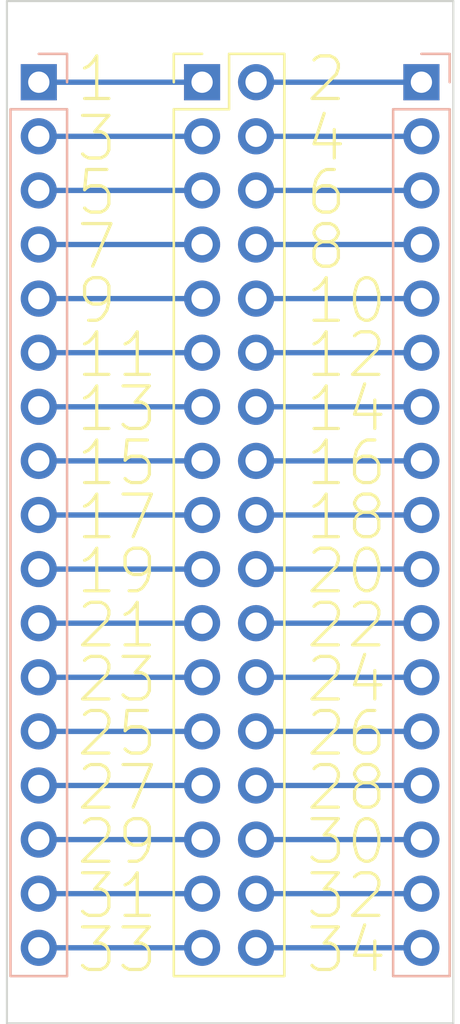
<source format=kicad_pcb>
(kicad_pcb (version 20221018) (generator pcbnew)
  (title_block (title "34pin. Header Breakout Board") (date "2023-09-25") (rev "1"))
  (layers (0 "F.Cu" signal) (31 "B.Cu" signal) (34 "B.Paste" user) (35 "F.Paste" user) (36 "B.SilkS" user "B.Silkscreen") (37 "F.SilkS" user "F.Silkscreen") (38 "B.Mask" user) (39 "F.Mask" user) (44 "Edge.Cuts" user))
  (net 0 "")
  (net 1 "1")
  (net 2 "2")
  (net 3 "3")
  (net 4 "4")
  (net 5 "5")
  (net 6 "6")
  (net 7 "7")
  (net 8 "8")
  (net 9 "9")
  (net 10 "10")
  (net 11 "11")
  (net 12 "12")
  (net 13 "13")
  (net 14 "14")
  (net 15 "15")
  (net 16 "16")
  (net 17 "17")
  (net 18 "18")
  (net 19 "19")
  (net 20 "20")
  (net 21 "21")
  (net 22 "22")
  (net 23 "23")
  (net 24 "24")
  (net 25 "25")
  (net 26 "26")
  (net 27 "27")
  (net 28 "28")
  (net 29 "29")
  (net 30 "30")
  (net 31 "31")
  (net 32 "32")
  (net 33 "33")
  (net 34 "34")
  (footprint "Connector_PinHeader_2.54mm:PinHeader_2x17_P2.54mm_Vertical" (layer "F.Cu") (at 59.982 80.01)
    (fp_text reference "J1" hide)
    (fp_text value "Conn_01x34_Pin" hide)
    (fp_line (start -1.33 -1.33) (end 0 -1.33) (stroke (width 0.12)) (layer "F.SilkS"))
    (fp_line (start -1.33 0) (end -1.33 -1.33) (stroke (width 0.12)) (layer "F.SilkS"))
    (fp_line (start -1.33 1.27) (end -1.33 41.97) (stroke (width 0.12)) (layer "F.SilkS"))
    (fp_line (start -1.33 1.27) (end 1.27 1.27) (stroke (width 0.12)) (layer "F.SilkS"))
    (fp_line (start -1.33 41.97) (end 3.87 41.97) (stroke (width 0.12)) (layer "F.SilkS"))
    (fp_line (start 1.27 -1.33) (end 3.87 -1.33) (stroke (width 0.12)) (layer "F.SilkS"))
    (fp_line (start 1.27 1.27) (end 1.27 -1.33) (stroke (width 0.12)) (layer "F.SilkS"))
    (fp_line (start 3.87 -1.33) (end 3.87 41.97) (stroke (width 0.12)) (layer "F.SilkS"))
    (pad "1" thru_hole rect (at 0 0) (size 1.7 1.7) (drill 1) (layers "*.Cu" "*.Mask") (net 1 "1"))
    (pad "2" thru_hole oval (at 2.54 0) (size 1.7 1.7) (drill 1) (layers "*.Cu" "*.Mask") (net 2 "2"))
    (pad "3" thru_hole oval (at 0 2.54) (size 1.7 1.7) (drill 1) (layers "*.Cu" "*.Mask") (net 3 "3"))
    (pad "4" thru_hole oval (at 2.54 2.54) (size 1.7 1.7) (drill 1) (layers "*.Cu" "*.Mask") (net 4 "4"))
    (pad "5" thru_hole oval (at 0 5.08) (size 1.7 1.7) (drill 1) (layers "*.Cu" "*.Mask") (net 5 "5"))
    (pad "6" thru_hole oval (at 2.54 5.08) (size 1.7 1.7) (drill 1) (layers "*.Cu" "*.Mask") (net 6 "6"))
    (pad "7" thru_hole oval (at 0 7.62) (size 1.7 1.7) (drill 1) (layers "*.Cu" "*.Mask") (net 7 "7"))
    (pad "8" thru_hole oval (at 2.54 7.62) (size 1.7 1.7) (drill 1) (layers "*.Cu" "*.Mask") (net 8 "8"))
    (pad "9" thru_hole oval (at 0 10.16) (size 1.7 1.7) (drill 1) (layers "*.Cu" "*.Mask") (net 9 "9"))
    (pad "10" thru_hole oval (at 2.54 10.16) (size 1.7 1.7) (drill 1) (layers "*.Cu" "*.Mask") (net 10 "10"))
    (pad "11" thru_hole oval (at 0 12.7) (size 1.7 1.7) (drill 1) (layers "*.Cu" "*.Mask") (net 11 "11"))
    (pad "12" thru_hole oval (at 2.54 12.7) (size 1.7 1.7) (drill 1) (layers "*.Cu" "*.Mask") (net 12 "12"))
    (pad "13" thru_hole oval (at 0 15.24) (size 1.7 1.7) (drill 1) (layers "*.Cu" "*.Mask") (net 13 "13"))
    (pad "14" thru_hole oval (at 2.54 15.24) (size 1.7 1.7) (drill 1) (layers "*.Cu" "*.Mask") (net 14 "14"))
    (pad "15" thru_hole oval (at 0 17.78) (size 1.7 1.7) (drill 1) (layers "*.Cu" "*.Mask") (net 15 "15"))
    (pad "16" thru_hole oval (at 2.54 17.78) (size 1.7 1.7) (drill 1) (layers "*.Cu" "*.Mask") (net 16 "16"))
    (pad "17" thru_hole oval (at 0 20.32) (size 1.7 1.7) (drill 1) (layers "*.Cu" "*.Mask") (net 17 "17"))
    (pad "18" thru_hole oval (at 2.54 20.32) (size 1.7 1.7) (drill 1) (layers "*.Cu" "*.Mask") (net 18 "18"))
    (pad "19" thru_hole oval (at 0 22.86) (size 1.7 1.7) (drill 1) (layers "*.Cu" "*.Mask") (net 19 "19"))
    (pad "20" thru_hole oval (at 2.54 22.86) (size 1.7 1.7) (drill 1) (layers "*.Cu" "*.Mask") (net 20 "20"))
    (pad "21" thru_hole oval (at 0 25.4) (size 1.7 1.7) (drill 1) (layers "*.Cu" "*.Mask") (net 21 "21"))
    (pad "22" thru_hole oval (at 2.54 25.4) (size 1.7 1.7) (drill 1) (layers "*.Cu" "*.Mask") (net 22 "22"))
    (pad "23" thru_hole oval (at 0 27.94) (size 1.7 1.7) (drill 1) (layers "*.Cu" "*.Mask") (net 23 "23"))
    (pad "24" thru_hole oval (at 2.54 27.94) (size 1.7 1.7) (drill 1) (layers "*.Cu" "*.Mask") (net 24 "24"))
    (pad "25" thru_hole oval (at 0 30.48) (size 1.7 1.7) (drill 1) (layers "*.Cu" "*.Mask") (net 25 "25"))
    (pad "26" thru_hole oval (at 2.54 30.48) (size 1.7 1.7) (drill 1) (layers "*.Cu" "*.Mask") (net 26 "26"))
    (pad "27" thru_hole oval (at 0 33.02) (size 1.7 1.7) (drill 1) (layers "*.Cu" "*.Mask") (net 27 "27"))
    (pad "28" thru_hole oval (at 2.54 33.02) (size 1.7 1.7) (drill 1) (layers "*.Cu" "*.Mask") (net 28 "28"))
    (pad "29" thru_hole oval (at 0 35.56) (size 1.7 1.7) (drill 1) (layers "*.Cu" "*.Mask") (net 29 "29"))
    (pad "30" thru_hole oval (at 2.54 35.56) (size 1.7 1.7) (drill 1) (layers "*.Cu" "*.Mask") (net 30 "30"))
    (pad "31" thru_hole oval (at 0 38.1) (size 1.7 1.7) (drill 1) (layers "*.Cu" "*.Mask") (net 31 "31"))
    (pad "32" thru_hole oval (at 2.54 38.1) (size 1.7 1.7) (drill 1) (layers "*.Cu" "*.Mask") (net 32 "32"))
    (pad "33" thru_hole oval (at 0 40.64) (size 1.7 1.7) (drill 1) (layers "*.Cu" "*.Mask") (net 33 "33"))
    (pad "34" thru_hole oval (at 2.54 40.64) (size 1.7 1.7) (drill 1) (layers "*.Cu" "*.Mask") (net 34 "34"))
  )
  (footprint "Connector_PinHeader_2.54mm:PinHeader_1x17_P2.54mm_Vertical" (layer "B.Cu") (at 70.3 80.01 180)
    (fp_text reference "J3" hide)
    (fp_text value "Conn_01x17_Pin" hide)
    (fp_line (start -1.33 -41.97) (end 1.33 -41.97) (stroke (width 0.12)) (layer "B.SilkS"))
    (fp_line (start -1.33 -1.27) (end -1.33 -41.97) (stroke (width 0.12)) (layer "B.SilkS"))
    (fp_line (start -1.33 -1.27) (end 1.33 -1.27) (stroke (width 0.12)) (layer "B.SilkS"))
    (fp_line (start -1.33 0) (end -1.33 1.33) (stroke (width 0.12)) (layer "B.SilkS"))
    (fp_line (start -1.33 1.33) (end 0 1.33) (stroke (width 0.12)) (layer "B.SilkS"))
    (fp_line (start 1.33 -1.27) (end 1.33 -41.97) (stroke (width 0.12)) (layer "B.SilkS"))
    (pad "1" thru_hole rect (at 0 0 180) (size 1.7 1.7) (drill 1) (layers "*.Cu" "*.Mask") (net 2 "2"))
    (pad "2" thru_hole oval (at 0 -2.54 180) (size 1.7 1.7) (drill 1) (layers "*.Cu" "*.Mask") (net 4 "4"))
    (pad "3" thru_hole oval (at 0 -5.08 180) (size 1.7 1.7) (drill 1) (layers "*.Cu" "*.Mask") (net 6 "6"))
    (pad "4" thru_hole oval (at 0 -7.62 180) (size 1.7 1.7) (drill 1) (layers "*.Cu" "*.Mask") (net 8 "8"))
    (pad "5" thru_hole oval (at 0 -10.16 180) (size 1.7 1.7) (drill 1) (layers "*.Cu" "*.Mask") (net 10 "10"))
    (pad "6" thru_hole oval (at 0 -12.7 180) (size 1.7 1.7) (drill 1) (layers "*.Cu" "*.Mask") (net 12 "12"))
    (pad "7" thru_hole oval (at 0 -15.24 180) (size 1.7 1.7) (drill 1) (layers "*.Cu" "*.Mask") (net 14 "14"))
    (pad "8" thru_hole oval (at 0 -17.78 180) (size 1.7 1.7) (drill 1) (layers "*.Cu" "*.Mask") (net 16 "16"))
    (pad "9" thru_hole oval (at 0 -20.32 180) (size 1.7 1.7) (drill 1) (layers "*.Cu" "*.Mask") (net 18 "18"))
    (pad "10" thru_hole oval (at 0 -22.86 180) (size 1.7 1.7) (drill 1) (layers "*.Cu" "*.Mask") (net 20 "20"))
    (pad "11" thru_hole oval (at 0 -25.4 180) (size 1.7 1.7) (drill 1) (layers "*.Cu" "*.Mask") (net 22 "22"))
    (pad "12" thru_hole oval (at 0 -27.94 180) (size 1.7 1.7) (drill 1) (layers "*.Cu" "*.Mask") (net 24 "24"))
    (pad "13" thru_hole oval (at 0 -30.48 180) (size 1.7 1.7) (drill 1) (layers "*.Cu" "*.Mask") (net 26 "26"))
    (pad "14" thru_hole oval (at 0 -33.02 180) (size 1.7 1.7) (drill 1) (layers "*.Cu" "*.Mask") (net 28 "28"))
    (pad "15" thru_hole oval (at 0 -35.56 180) (size 1.7 1.7) (drill 1) (layers "*.Cu" "*.Mask") (net 30 "30"))
    (pad "16" thru_hole oval (at 0 -38.1 180) (size 1.7 1.7) (drill 1) (layers "*.Cu" "*.Mask") (net 32 "32"))
    (pad "17" thru_hole oval (at 0 -40.64 180) (size 1.7 1.7) (drill 1) (layers "*.Cu" "*.Mask") (net 34 "34"))
  )
  (footprint "Connector_PinHeader_2.54mm:PinHeader_1x17_P2.54mm_Vertical" (layer "B.Cu") (at 52.3 80.01 180)
    (fp_text reference "J2" hide)
    (fp_text value "Conn_01x17_Pin" hide)
    (fp_line (start -1.33 -41.97) (end 1.33 -41.97) (stroke (width 0.12)) (layer "B.SilkS"))
    (fp_line (start -1.33 -1.27) (end -1.33 -41.97) (stroke (width 0.12)) (layer "B.SilkS"))
    (fp_line (start -1.33 -1.27) (end 1.33 -1.27) (stroke (width 0.12)) (layer "B.SilkS"))
    (fp_line (start -1.33 0) (end -1.33 1.33) (stroke (width 0.12)) (layer "B.SilkS"))
    (fp_line (start -1.33 1.33) (end 0 1.33) (stroke (width 0.12)) (layer "B.SilkS"))
    (fp_line (start 1.33 -1.27) (end 1.33 -41.97) (stroke (width 0.12)) (layer "B.SilkS"))
    (pad "1" thru_hole rect (at 0 0 180) (size 1.7 1.7) (drill 1) (layers "*.Cu" "*.Mask") (net 1 "1"))
    (pad "2" thru_hole oval (at 0 -2.54 180) (size 1.7 1.7) (drill 1) (layers "*.Cu" "*.Mask") (net 3 "3"))
    (pad "3" thru_hole oval (at 0 -5.08 180) (size 1.7 1.7) (drill 1) (layers "*.Cu" "*.Mask") (net 5 "5"))
    (pad "4" thru_hole oval (at 0 -7.62 180) (size 1.7 1.7) (drill 1) (layers "*.Cu" "*.Mask") (net 7 "7"))
    (pad "5" thru_hole oval (at 0 -10.16 180) (size 1.7 1.7) (drill 1) (layers "*.Cu" "*.Mask") (net 9 "9"))
    (pad "6" thru_hole oval (at 0 -12.7 180) (size 1.7 1.7) (drill 1) (layers "*.Cu" "*.Mask") (net 11 "11"))
    (pad "7" thru_hole oval (at 0 -15.24 180) (size 1.7 1.7) (drill 1) (layers "*.Cu" "*.Mask") (net 13 "13"))
    (pad "8" thru_hole oval (at 0 -17.78 180) (size 1.7 1.7) (drill 1) (layers "*.Cu" "*.Mask") (net 15 "15"))
    (pad "9" thru_hole oval (at 0 -20.32 180) (size 1.7 1.7) (drill 1) (layers "*.Cu" "*.Mask") (net 17 "17"))
    (pad "10" thru_hole oval (at 0 -22.86 180) (size 1.7 1.7) (drill 1) (layers "*.Cu" "*.Mask") (net 19 "19"))
    (pad "11" thru_hole oval (at 0 -25.4 180) (size 1.7 1.7) (drill 1) (layers "*.Cu" "*.Mask") (net 21 "21"))
    (pad "12" thru_hole oval (at 0 -27.94 180) (size 1.7 1.7) (drill 1) (layers "*.Cu" "*.Mask") (net 23 "23"))
    (pad "13" thru_hole oval (at 0 -30.48 180) (size 1.7 1.7) (drill 1) (layers "*.Cu" "*.Mask") (net 25 "25"))
    (pad "14" thru_hole oval (at 0 -33.02 180) (size 1.7 1.7) (drill 1) (layers "*.Cu" "*.Mask") (net 27 "27"))
    (pad "15" thru_hole oval (at 0 -35.56 180) (size 1.7 1.7) (drill 1) (layers "*.Cu" "*.Mask") (net 29 "29"))
    (pad "16" thru_hole oval (at 0 -38.1 180) (size 1.7 1.7) (drill 1) (layers "*.Cu" "*.Mask") (net 31 "31"))
    (pad "17" thru_hole oval (at 0 -40.64 180) (size 1.7 1.7) (drill 1) (layers "*.Cu" "*.Mask") (net 33 "33"))
  )
  (gr_rect (start 50.8 76.2) (end 71.8 124.2) (stroke (width 0.1)) (fill none) (layer "Edge.Cuts"))
  (gr_text "22" (at 64.77 106.68) (layer "F.SilkS") (effects (font (size 2 2)) (justify left bottom)))
  (gr_text "20" (at 64.77 104.14) (layer "F.SilkS") (effects (font (size 2 2)) (justify left bottom)))
  (gr_text "23" (at 53.975 109.22) (layer "F.SilkS") (effects (font (size 2 2)) (justify left bottom)))
  (gr_text "16" (at 64.77 99.06) (layer "F.SilkS") (effects (font (size 2 2)) (justify left bottom)))
  (gr_text "5" (at 53.975 86.36) (layer "F.SilkS") (effects (font (size 2 2)) (justify left bottom)))
  (gr_text "7" (at 53.975 88.9) (layer "F.SilkS") (effects (font (size 2 2)) (justify left bottom)))
  (gr_text "25" (at 53.975 111.76) (layer "F.SilkS") (effects (font (size 2 2)) (justify left bottom)))
  (gr_text "15" (at 53.975 99.06) (layer "F.SilkS") (effects (font (size 2 2)) (justify left bottom)))
  (gr_text "31" (at 53.975 119.38) (layer "F.SilkS") (effects (font (size 2 2)) (justify left bottom)))
  (gr_text "29" (at 53.975 116.84) (layer "F.SilkS") (effects (font (size 2 2)) (justify left bottom)))
  (gr_text "18" (at 64.77 101.6) (layer "F.SilkS") (effects (font (size 2 2)) (justify left bottom)))
  (gr_text "14" (at 64.77 96.52) (layer "F.SilkS") (effects (font (size 2 2)) (justify left bottom)))
  (gr_text "9" (at 53.975 91.44) (layer "F.SilkS") (effects (font (size 2 2)) (justify left bottom)))
  (gr_text "11" (at 53.975 93.98) (layer "F.SilkS") (effects (font (size 2 2)) (justify left bottom)))
  (gr_text "1" (at 53.975 81.026) (layer "F.SilkS") (effects (font (size 2 2)) (justify left bottom)))
  (gr_text "34" (at 64.77 121.92) (layer "F.SilkS") (effects (font (size 2 2)) (justify left bottom)))
  (gr_text "12" (at 64.77 93.98) (layer "F.SilkS") (effects (font (size 2 2)) (justify left bottom)))
  (gr_text "32" (at 64.77 119.38) (layer "F.SilkS") (effects (font (size 2 2)) (justify left bottom)))
  (gr_text "30" (at 64.77 116.84) (layer "F.SilkS") (effects (font (size 2 2)) (justify left bottom)))
  (gr_text "4" (at 64.77 83.82) (layer "F.SilkS") (effects (font (size 2 2)) (justify left bottom)))
  (gr_text "10" (at 64.77 91.44) (layer "F.SilkS") (effects (font (size 2 2)) (justify left bottom)))
  (gr_text "24" (at 64.77 109.22) (layer "F.SilkS") (effects (font (size 2 2)) (justify left bottom)))
  (gr_text "26" (at 64.77 111.76) (layer "F.SilkS") (effects (font (size 2 2)) (justify left bottom)))
  (gr_text "8" (at 64.77 88.9) (layer "F.SilkS") (effects (font (size 2 2)) (justify left bottom)))
  (gr_text "13" (at 53.975 96.52) (layer "F.SilkS") (effects (font (size 2 2)) (justify left bottom)))
  (gr_text "28" (at 64.77 114.3) (layer "F.SilkS") (effects (font (size 2 2)) (justify left bottom)))
  (gr_text "21" (at 53.975 106.68) (layer "F.SilkS") (effects (font (size 2 2)) (justify left bottom)))
  (gr_text "2" (at 64.77 81.026) (layer "F.SilkS") (effects (font (size 2 2)) (justify left bottom)))
  (gr_text "27" (at 53.975 114.3) (layer "F.SilkS") (effects (font (size 2 2)) (justify left bottom)))
  (gr_text "6" (at 64.77 86.36) (layer "F.SilkS") (effects (font (size 2 2)) (justify left bottom)))
  (gr_text "19" (at 53.975 104.14) (layer "F.SilkS") (effects (font (size 2 2)) (justify left bottom)))
  (gr_text "3" (at 53.975 83.82) (layer "F.SilkS") (effects (font (size 2 2)) (justify left bottom)))
  (gr_text "33" (at 53.975 121.92) (layer "F.SilkS") (effects (font (size 2 2)) (justify left bottom)))
  (gr_text "17" (at 53.975 101.6) (layer "F.SilkS") (effects (font (size 2 2)) (justify left bottom)))
  (segment (start 52.3 80.01) (end 59.982 80.01) (width 0.25) (layer "B.Cu") (net 1))
  (segment (start 62.522 80.01) (end 70.3 80.01) (width 0.25) (layer "B.Cu") (net 2))
  (segment (start 52.3 82.55) (end 59.982 82.55) (width 0.25) (layer "B.Cu") (net 3))
  (segment (start 62.522 82.55) (end 70.3 82.55) (width 0.25) (layer "B.Cu") (net 4))
  (segment (start 52.3 85.09) (end 59.982 85.09) (width 0.25) (layer "B.Cu") (net 5))
  (segment (start 62.522 85.09) (end 70.3 85.09) (width 0.25) (layer "B.Cu") (net 6))
  (segment (start 52.3 87.63) (end 59.982 87.63) (width 0.25) (layer "B.Cu") (net 7))
  (segment (start 62.522 87.63) (end 70.3 87.63) (width 0.25) (layer "B.Cu") (net 8))
  (segment (start 52.3 90.17) (end 59.982 90.17) (width 0.25) (layer "B.Cu") (net 9))
  (segment (start 62.522 90.17) (end 70.3 90.17) (width 0.25) (layer "B.Cu") (net 10))
  (segment (start 52.3 92.71) (end 59.982 92.71) (width 0.25) (layer "B.Cu") (net 11))
  (segment (start 62.522 92.71) (end 70.3 92.71) (width 0.25) (layer "B.Cu") (net 12))
  (segment (start 52.3 95.25) (end 59.982 95.25) (width 0.25) (layer "B.Cu") (net 13))
  (segment (start 62.522 95.25) (end 70.3 95.25) (width 0.25) (layer "B.Cu") (net 14))
  (segment (start 52.3 97.79) (end 59.982 97.79) (width 0.25) (layer "B.Cu") (net 15))
  (segment (start 62.522 97.79) (end 70.3 97.79) (width 0.25) (layer "B.Cu") (net 16))
  (segment (start 52.3 100.33) (end 59.982 100.33) (width 0.25) (layer "B.Cu") (net 17))
  (segment (start 62.522 100.33) (end 70.3 100.33) (width 0.25) (layer "B.Cu") (net 18))
  (segment (start 52.3 102.87) (end 59.982 102.87) (width 0.25) (layer "B.Cu") (net 19))
  (segment (start 62.522 102.87) (end 70.3 102.87) (width 0.25) (layer "B.Cu") (net 20))
  (segment (start 52.3 105.41) (end 59.982 105.41) (width 0.25) (layer "B.Cu") (net 21))
  (segment (start 62.522 105.41) (end 70.3 105.41) (width 0.25) (layer "B.Cu") (net 22))
  (segment (start 52.3 107.95) (end 59.982 107.95) (width 0.25) (layer "B.Cu") (net 23))
  (segment (start 62.522 107.95) (end 70.3 107.95) (width 0.25) (layer "B.Cu") (net 24))
  (segment (start 52.3 110.49) (end 59.982 110.49) (width 0.25) (layer "B.Cu") (net 25))
  (segment (start 62.522 110.49) (end 70.3 110.49) (width 0.25) (layer "B.Cu") (net 26))
  (segment (start 52.3 113.03) (end 59.982 113.03) (width 0.25) (layer "B.Cu") (net 27))
  (segment (start 62.522 113.03) (end 70.3 113.03) (width 0.25) (layer "B.Cu") (net 28))
  (segment (start 52.3 115.57) (end 59.982 115.57) (width 0.25) (layer "B.Cu") (net 29))
  (segment (start 62.522 115.57) (end 70.3 115.57) (width 0.25) (layer "B.Cu") (net 30))
  (segment (start 52.3 118.11) (end 59.982 118.11) (width 0.25) (layer "B.Cu") (net 31))
  (segment (start 62.522 118.11) (end 70.3 118.11) (width 0.25) (layer "B.Cu") (net 32))
  (segment (start 52.3 120.65) (end 59.982 120.65) (width 0.25) (layer "B.Cu") (net 33))
  (segment (start 62.522 120.65) (end 70.3 120.65) (width 0.25) (layer "B.Cu") (net 34))
)
</source>
